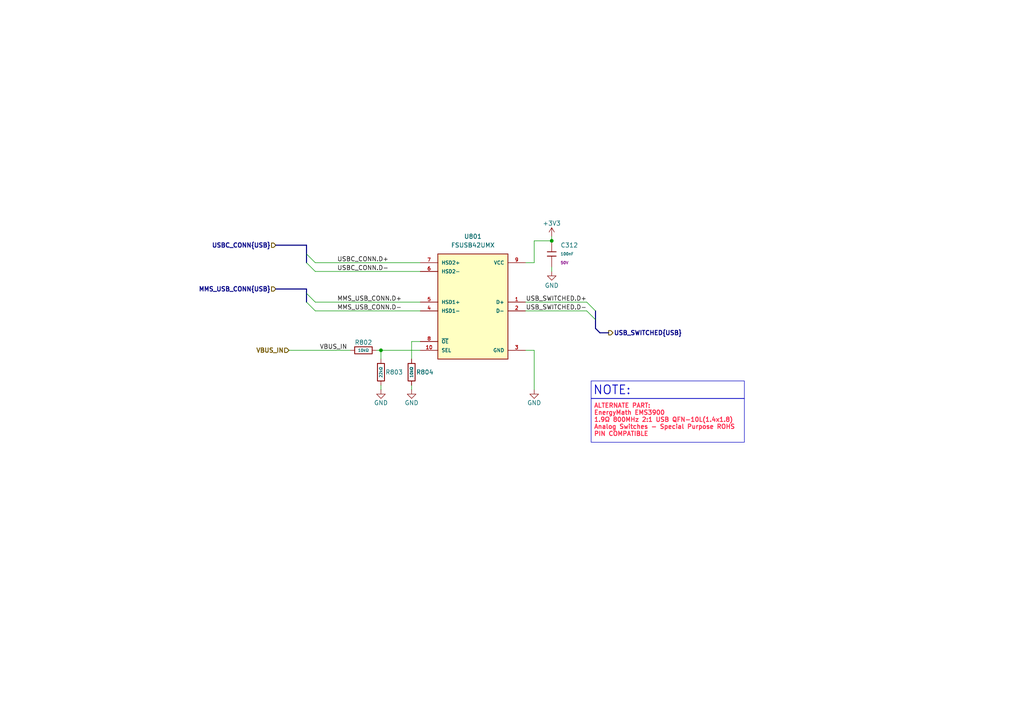
<source format=kicad_sch>
(kicad_sch (version 20250114) (generator "eeschema") (generator_version "9.0")
  (paper "A4")
  (title_block (title "USB Switch") (date "2025-04-22") (rev "A") (company "Moducard System") (comment 1 "Artem Horiunov") (comment 2 "Designed in poland"))
  (lib_symbols
    (symbol "FSUSB42UMX:FSUSB42UMX" (pin_names (offset 1.016))
      (property "Reference" "U" (at -10.16 15.748 0))
      (property "Value" "FSUSB42UMX" (at -10.16 -17.78 0))
      (symbol "FSUSB42UMX_0_0"
        (rectangle (start -10.16 15.24) (end 10.16 -15.24) (stroke (width 0.254)) (fill (type background)))
        (pin input line (at -15.24 12.7 0) (length 5.08) (name "HSD2+") (number "7"))
        (pin input line (at -15.24 10.16 0) (length 5.08) (name "HSD2-") (number "6"))
        (pin input line (at -15.24 1.27 0) (length 5.08) (name "HSD1+") (number "5"))
        (pin input line (at -15.24 -1.27 0) (length 5.08) (name "HSD1-") (number "4"))
        (pin input line (at -15.24 -10.16 0) (length 5.08) (name "~{OE}") (number "8"))
        (pin input line (at -15.24 -12.7 0) (length 5.08) (name "SEL") (number "10"))
        (pin power_in line (at 15.24 12.7 180) (length 5.08) (name "VCC") (number "9"))
        (pin bidirectional line (at 15.24 1.27 180) (length 5.08) (name "D+") (number "1"))
        (pin bidirectional line (at 15.24 -1.27 180) (length 5.08) (name "D-") (number "2"))
        (pin power_in line (at 15.24 -12.7 180) (length 5.08) (name "GND") (number "3"))
      )
    )
    (symbol "PCM_JLCPCB-Capacitors:0402,100nF,(2)" (pin_numbers (hide yes)) (pin_names (offset 0))
      (property "Reference" "C" (at 2.032 1.668 0))
      (property "Value" "100nF" (at 2.032 -0.3782 0))
      (property "Voltage Rated" "50V" (at 2.032 -2.0462 0))
      (symbol "0402,100nF,(2)_0_1"
        (polyline (pts (xy -1.27 0.635) (xy 1.27 0.635)) (stroke (width 0.254)))
        (polyline (pts (xy -1.27 -0.635) (xy 1.27 -0.635)) (stroke (width 0.254)))
      )
      (symbol "0402,100nF,(2)_1_1"
        (pin passive line (at 0 3.81 270) (length 3.175) (name "~") (number "1"))
        (pin passive line (at 0 -3.81 90) (length 3.175) (name "~") (number "2"))
      )
    )
    (symbol "PCM_JLCPCB-Resistors:0402,10kΩ" (pin_numbers (hide yes)) (pin_names (offset 0))
      (property "Reference" "R" (at 1.778 0 0))
      (property "Value" "10kΩ" (at 0 0 90))
      (symbol "0402,10kΩ_0_1"
        (rectangle (start -1.016 2.54) (end 1.016 -2.54) (stroke (width 0.254)))
      )
      (symbol "0402,10kΩ_1_1"
        (pin passive line (at 0 3.81 270) (length 1.27) (name "~") (number "1"))
        (pin passive line (at 0 -3.81 90) (length 1.27) (name "~") (number "2"))
      )
    )
    (symbol "PCM_JLCPCB-Resistors:0402,22kΩ" (pin_numbers (hide yes)) (pin_names (offset 0))
      (property "Reference" "R" (at 1.778 0 0))
      (property "Value" "22kΩ" (at 0 0 90))
      (symbol "0402,22kΩ_0_1"
        (rectangle (start -1.016 2.54) (end 1.016 -2.54) (stroke (width 0.254)))
      )
      (symbol "0402,22kΩ_1_1"
        (pin passive line (at 0 3.81 270) (length 1.27) (name "~") (number "1"))
        (pin passive line (at 0 -3.81 90) (length 1.27) (name "~") (number "2"))
      )
    )
    (symbol "power:+5V" (power) (pin_numbers (hide yes)) (pin_names (offset 0) (hide yes))
      (property "Value" "+5V" (at 0 3.556 0))
      (symbol "+5V_0_1"
        (polyline (pts (xy -0.762 1.27) (xy 0 2.54)))
        (polyline (pts (xy 0 2.54) (xy 0.762 1.27)))
        (polyline (pts (xy 0 0) (xy 0 2.54)))
      )
      (symbol "+5V_1_1"
        (pin power_in line (at 0 0 90) (length 0) (name "~") (number "1"))
      )
    )
    (symbol "power:GND" (power) (pin_numbers (hide yes)) (pin_names (offset 0) (hide yes))
      (property "Value" "GND" (at 0 -3.81 0))
      (symbol "GND_0_1"
        (polyline (pts (xy 0 0) (xy 0 -1.27) (xy 1.27 -1.27) (xy 0 -2.54) (xy -1.27 -1.27) (xy 0 -1.27)))
      )
      (symbol "GND_1_1"
        (pin power_in line (at 0 0 270) (length 0) (name "~") (number "1"))
      )
    )
  )
  (rectangle (start 171.45 110.49) (end 215.9 115.57))
  (rectangle (start 171.45 115.57) (end 215.9 128.27))
  (text "NOTE:" (at 171.958 113.284 0) (effects (font (size 2.54 2.54) (thickness 0.254) (bold yes)) (justify left)))
  (text "ALTERNATE PART:\nEnergyMath EMS3900\n1.9Ω 800MHz 2:1 USB QFN-10L(1.4x1.8) \nAnalog Switches - Special Purpose ROHS\nPIN COMPATIBLE" (at 172.212 121.92 0) (effects (font (size 1.27 1.27) (thickness 0.254) (bold yes)) (justify left)))
  (junction (at 110.49 101.6))
  (junction (at 160.02 69.85))
  (bus_entry (at 88.9 87.63) (size 2.54 2.54))
  (bus_entry (at 170.18 87.63) (size 2.54 2.54))
  (bus_entry (at 88.9 76.2) (size 2.54 2.54))
  (bus_entry (at 170.18 90.17) (size 2.54 2.54))
  (bus_entry (at 88.9 85.09) (size 2.54 2.54))
  (bus_entry (at 88.9 73.66) (size 2.54 2.54))
  (wire (pts (xy 152.4 87.63) (xy 170.18 87.63)))
  (wire (pts (xy 83.82 101.6) (xy 101.6 101.6)))
  (bus (pts (xy 173.99 96.52) (xy 172.72 95.25)))
  (bus (pts (xy 88.9 85.09) (xy 88.9 87.63)))
  (wire (pts (xy 110.49 101.6) (xy 121.92 101.6)))
  (bus (pts (xy 172.72 90.17) (xy 172.72 92.71)))
  (wire (pts (xy 154.94 101.6) (xy 152.4 101.6)))
  (wire (pts (xy 119.38 99.06) (xy 121.92 99.06)))
  (wire (pts (xy 91.44 76.2) (xy 121.92 76.2)))
  (wire (pts (xy 91.44 87.63) (xy 121.92 87.63)))
  (wire (pts (xy 91.44 90.17) (xy 121.92 90.17)))
  (wire (pts (xy 154.94 113.03) (xy 154.94 101.6)))
  (wire (pts (xy 91.44 78.74) (xy 121.92 78.74)))
  (wire (pts (xy 110.49 101.6) (xy 110.49 104.14)))
  (wire (pts (xy 119.38 111.76) (xy 119.38 113.03)))
  (bus (pts (xy 80.01 71.12) (xy 88.9 71.12)))
  (wire (pts (xy 160.02 69.85) (xy 154.94 69.85)))
  (wire (pts (xy 110.49 111.76) (xy 110.49 113.03)))
  (wire (pts (xy 154.94 69.85) (xy 154.94 76.2)))
  (bus (pts (xy 172.72 92.71) (xy 172.72 95.25)))
  (bus (pts (xy 88.9 73.66) (xy 88.9 76.2)))
  (wire (pts (xy 119.38 99.06) (xy 119.38 104.14)))
  (bus (pts (xy 173.99 96.52) (xy 176.53 96.52)))
  (wire (pts (xy 160.02 77.47) (xy 160.02 78.74)))
  (wire (pts (xy 152.4 76.2) (xy 154.94 76.2)))
  (bus (pts (xy 88.9 83.82) (xy 88.9 85.09)))
  (wire (pts (xy 152.4 90.17) (xy 170.18 90.17)))
  (bus (pts (xy 88.9 71.12) (xy 88.9 73.66)))
  (wire (pts (xy 109.22 101.6) (xy 110.49 101.6)))
  (bus (pts (xy 80.01 83.82) (xy 88.9 83.82)))
  (wire (pts (xy 160.02 68.58) (xy 160.02 69.85)))
  (label "MMS_USB_CONN.D-" (at 97.79 90.17 0))
  (label "MMS_USB_CONN.D+" (at 97.79 87.63 0))
  (label "USBC_CONN.D+" (at 97.79 76.2 0))
  (label "USB_SWITCHED.D-" (at 170.18 90.17 180))
  (label "VBUS_IN" (at 92.71 101.6 0))
  (label "USBC_CONN.D-" (at 97.79 78.74 0))
  (label "USB_SWITCHED.D+" (at 170.18 87.63 180))
  (hierarchical_label "VBUS_IN" (shape input) (at 83.82 101.6 180) (effects (font (thickness 0.254) (bold yes))))
  (hierarchical_label "USB_SWITCHED{USB}" (shape output) (at 176.53 96.52 0) (effects (font (thickness 0.254) (bold yes))))
  (hierarchical_label "MMS_USB_CONN{USB}" (shape input) (at 80.01 83.82 180) (effects (font (thickness 0.254) (bold yes))))
  (hierarchical_label "USBC_CONN{USB}" (shape input) (at 80.01 71.12 180) (effects (font (thickness 0.254) (bold yes))))
  (symbol (lib_id "PCM_JLCPCB-Resistors:0402,22kΩ") (at 110.49 107.95 0) (unit 1)
    (property "Reference" "R803" (at 111.76 107.95 0) (effects (justify left)))
    (property "Value" "22kΩ" (at 110.49 107.95 90) (effects (font (size 0.8 0.8))))
    (property "Footprint" "PCM_JLCPCB:R_0402" (effects (hide yes)))
    (property "Datasheet" "https://www.lcsc.com/datasheet/lcsc_datasheet_2206010100_UNI-ROYAL-Uniroyal-Elec-0402WGF2202TCE_C25768.pdf" (effects (hide yes)))
    (property "Description" "62.5mW Thick Film Resistors 50V ±100ppm/°C ±1% 22kΩ 0402 Chip Resistor - Surface Mount ROHS" (effects (hide yes)))
    (property "LCSC" "C25768" (effects (hide yes)))
    (property "Stock" "574595" (effects (hide yes)))
    (property "Price" "0.004USD" (effects (hide yes)))
    (property "Process" "SMT" (effects (hide yes)))
    (property "Minimum Qty" "20" (effects (hide yes)))
    (property "Attrition Qty" "10" (effects (hide yes)))
    (property "Class" "Basic Component" (effects (hide yes)))
    (property "Category" "Resistors,Chip Resistor - Surface Mount" (effects (hide yes)))
    (property "Manufacturer" "UNI-ROYAL(Uniroyal Elec)" (effects (hide yes)))
    (property "Part" "0402WGF2202TCE" (effects (hide yes)))
    (property "Resistance" "22kΩ" (effects (hide yes)))
    (property "Power(Watts)" "62.5mW" (effects (hide yes)))
    (property "Type" "Thick Film Resistors" (effects (hide yes)))
    (property "Overload Voltage (Max)" "50V" (effects (hide yes)))
    (property "Operating Temperature Range" "-55°C~+155°C" (effects (hide yes)))
    (property "Tolerance" "±1%" (effects (hide yes)))
    (property "Temperature Coefficient" "±100ppm/°C" (effects (hide yes)))
  )
  (symbol (lib_id "PCM_JLCPCB-Resistors:0402,10kΩ") (at 119.38 107.95 0) (unit 1)
    (property "Reference" "R804" (at 120.65 107.95 0) (effects (justify left)))
    (property "Value" "10kΩ" (at 119.38 107.95 90) (effects (font (size 0.8 0.8))))
    (property "Footprint" "PCM_JLCPCB:R_0402" (effects (hide yes)))
    (property "Datasheet" "https://www.lcsc.com/datasheet/lcsc_datasheet_2411221126_UNI-ROYAL-Uniroyal-Elec-0402WGF1002TCE_C25744.pdf" (effects (hide yes)))
    (property "Description" "62.5mW Thick Film Resistors 50V ±100ppm/°C ±1% 10kΩ 0402 Chip Resistor - Surface Mount ROHS" (effects (hide yes)))
    (property "LCSC" "C25744" (effects (hide yes)))
    (property "Stock" "13746052" (effects (hide yes)))
    (property "Price" "0.004USD" (effects (hide yes)))
    (property "Process" "SMT" (effects (hide yes)))
    (property "Minimum Qty" "5" (effects (hide yes)))
    (property "Attrition Qty" "0" (effects (hide yes)))
    (property "Class" "Basic Component" (effects (hide yes)))
    (property "Category" "Resistors,Chip Resistor - Surface Mount" (effects (hide yes)))
    (property "Manufacturer" "UNI-ROYAL(Uniroyal Elec)" (effects (hide yes)))
    (property "Part" "0402WGF1002TCE" (effects (hide yes)))
    (property "Resistance" "10kΩ" (effects (hide yes)))
    (property "Power(Watts)" "62.5mW" (effects (hide yes)))
    (property "Type" "Thick Film Resistors" (effects (hide yes)))
    (property "Overload Voltage (Max)" "50V" (effects (hide yes)))
    (property "Operating Temperature Range" "-55°C~+155°C" (effects (hide yes)))
    (property "Tolerance" "±1%" (effects (hide yes)))
    (property "Temperature Coefficient" "±100ppm/°C" (effects (hide yes)))
  )
  (symbol (lib_id "power:GND") (at 154.94 113.03 0) (unit 1)
    (property "Reference" "#PWR0805" (effects (hide yes)))
    (property "Value" "GND" (at 154.94 116.84 0))
    (property "Description" "Power symbol creates a global label with name \"GND\" , ground" (effects (hide yes)))
  )
  (symbol (lib_id "power:GND") (at 110.49 113.03 0) (unit 1)
    (property "Reference" "#PWR0806" (effects (hide yes)))
    (property "Value" "GND" (at 110.49 116.84 0))
    (property "Description" "Power symbol creates a global label with name \"GND\" , ground" (effects (hide yes)))
  )
  (symbol (lib_id "power:GND") (at 119.38 113.03 0) (unit 1)
    (property "Reference" "#PWR0807" (effects (hide yes)))
    (property "Value" "GND" (at 119.38 116.84 0))
    (property "Description" "Power symbol creates a global label with name \"GND\" , ground" (effects (hide yes)))
  )
  (symbol (lib_id "power:GND") (at 160.02 78.74 0) (unit 1)
    (property "Reference" "#PWR0330" (effects (hide yes)))
    (property "Value" "GND" (at 160.02 82.804 0))
    (property "Description" "Power symbol creates a global label with name \"GND\" , ground" (effects (hide yes)))
  )
  (symbol (lib_id "FSUSB42UMX:FSUSB42UMX") (at 137.16 88.9 0) (unit 1)
    (property "Reference" "U801" (at 137.16 68.58 0))
    (property "Value" "FSUSB42UMX" (at 137.16 71.12 0))
    (property "Footprint" "UFQFN-10_1.4x1.8:UFQFN-10_1.4x1.8" (effects (hide yes)))
    (property "Datasheet" "https://www.lcsc.com/datasheet/lcsc_datasheet_2410121755_onsemi-FSUSB42UMX_C11145.pdf" (effects (hide yes)))
    (property "MF" "ON Semiconductor" (effects (hide yes)))
    (property "Description_1" "\n                        \n                            USB Switch IC 1 Channel 10-UMLP (1.8x1.4)\n                        \n" (effects (hide yes)))
    (property "Package" "UQFN-10 ON Semiconductor" (effects (hide yes)))
    (property "Price" "None" (effects (hide yes)))
    (property "Check_prices" "https://www.snapeda.com/parts/FSUSB42UMX/Onsemi/view-part/?ref=eda" (effects (hide yes)))
    (property "STANDARD" "Manufacturer Recommendations" (effects (hide yes)))
    (property "PARTREV" "1.25" (effects (hide yes)))
    (property "SnapEDA_Link" "https://www.snapeda.com/parts/FSUSB42UMX/Onsemi/view-part/?ref=snap" (effects (hide yes)))
    (property "MP" "FSUSB42UMX" (effects (hide yes)))
    (property "Availability" "In Stock" (effects (hide yes)))
    (property "MANUFACTURER" "ON Semiconductor" (effects (hide yes)))
    (property "LCSC" "C11145" (effects (hide yes)))
  )
  (symbol (lib_id "PCM_JLCPCB-Capacitors:0402,100nF,(2)") (at 160.02 73.66 0) (unit 1)
    (property "Reference" "C312" (at 162.56 71.1199 0) (effects (justify left)))
    (property "Value" "100nF" (at 162.56 73.66 0) (effects (font (size 0.8 0.8)) (justify left)))
    (property "Footprint" "PCM_JLCPCB:C_0402" (effects (hide yes)))
    (property "Datasheet" "https://www.lcsc.com/datasheet/lcsc_datasheet_2304140030_Samsung-Electro-Mechanics-CL05B104KB54PNC_C307331.pdf" (effects (hide yes)))
    (property "Description" "50V 100nF X7R ±10% 0402 Multilayer Ceramic Capacitors MLCC - SMD/SMT ROHS" (effects (hide yes)))
    (property "LCSC" "C307331" (effects (hide yes)))
    (property "Stock" "5436546" (effects (hide yes)))
    (property "Price" "0.008USD" (effects (hide yes)))
    (property "Process" "SMT" (effects (hide yes)))
    (property "Minimum Qty" "20" (effects (hide yes)))
    (property "Attrition Qty" "10" (effects (hide yes)))
    (property "Class" "Basic Component" (effects (hide yes)))
    (property "Category" "Capacitors,Multilayer Ceramic Capacitors MLCC - SMD/SMT" (effects (hide yes)))
    (property "Manufacturer" "Samsung Electro-Mechanics" (effects (hide yes)))
    (property "Part" "CL05B104KB54PNC" (effects (hide yes)))
    (property "Voltage Rated" "50V" (at 162.56 76.2 0) (effects (font (size 0.8 0.8)) (justify left)))
    (property "Tolerance" "±10%" (effects (hide yes)))
    (property "Capacitance" "100nF" (effects (hide yes)))
    (property "Temperature Coefficient" "X7R" (effects (hide yes)))
  )
  (symbol (lib_id "power:+5V") (at 160.02 68.58 0) (mirror y) (unit 1)
    (property "Reference" "#PWR0801" (effects (hide yes)))
    (property "Value" "+3V3" (at 160.02 64.77 0))
    (property "Description" "Power symbol creates a global label with name \"+5V\"" (effects (hide yes)))
  )
  (symbol (lib_id "PCM_JLCPCB-Resistors:0402,10kΩ") (at 105.41 101.6 90) (unit 1)
    (property "Reference" "R802" (at 105.41 99.314 90))
    (property "Value" "10kΩ" (at 105.41 101.6 90) (effects (font (size 0.8 0.8))))
    (property "Footprint" "PCM_JLCPCB:R_0402" (effects (hide yes)))
    (property "Datasheet" "https://www.lcsc.com/datasheet/lcsc_datasheet_2411221126_UNI-ROYAL-Uniroyal-Elec-0402WGF1002TCE_C25744.pdf" (effects (hide yes)))
    (property "Description" "62.5mW Thick Film Resistors 50V ±100ppm/°C ±1% 10kΩ 0402 Chip Resistor - Surface Mount ROHS" (effects (hide yes)))
    (property "LCSC" "C25744" (effects (hide yes)))
    (property "Stock" "13746052" (effects (hide yes)))
    (property "Price" "0.004USD" (effects (hide yes)))
    (property "Process" "SMT" (effects (hide yes)))
    (property "Minimum Qty" "5" (effects (hide yes)))
    (property "Attrition Qty" "0" (effects (hide yes)))
    (property "Class" "Basic Component" (effects (hide yes)))
    (property "Category" "Resistors,Chip Resistor - Surface Mount" (effects (hide yes)))
    (property "Manufacturer" "UNI-ROYAL(Uniroyal Elec)" (effects (hide yes)))
    (property "Part" "0402WGF1002TCE" (effects (hide yes)))
    (property "Resistance" "10kΩ" (effects (hide yes)))
    (property "Power(Watts)" "62.5mW" (effects (hide yes)))
    (property "Type" "Thick Film Resistors" (effects (hide yes)))
    (property "Overload Voltage (Max)" "50V" (effects (hide yes)))
    (property "Operating Temperature Range" "-55°C~+155°C" (effects (hide yes)))
    (property "Tolerance" "±1%" (effects (hide yes)))
    (property "Temperature Coefficient" "±100ppm/°C" (effects (hide yes)))
  )
)
</source>
